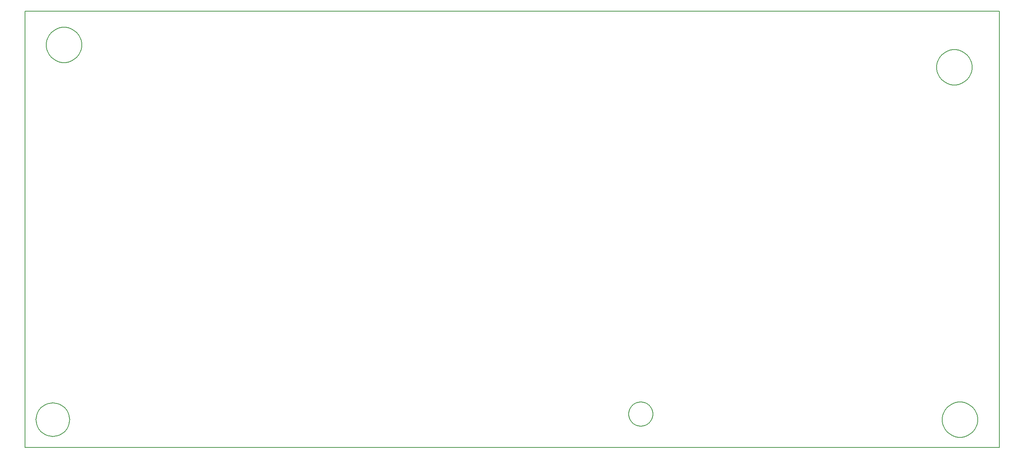
<source format=gbr>
G04 PROTEUS GERBER X2 FILE*
%TF.GenerationSoftware,Labcenter,Proteus,8.6-SP2-Build23525*%
%TF.CreationDate,2018-12-10T17:09:55+00:00*%
%TF.FileFunction,NonPlated,1,2,NPTH*%
%TF.FilePolarity,Positive*%
%TF.Part,Single*%
%FSLAX45Y45*%
%MOMM*%
G01*
%TA.AperFunction,Profile*%
%ADD32C,0.203200*%
%TD.AperFunction*%
D32*
X-11811000Y+2667000D02*
X+10287000Y+2667000D01*
X+10287000Y+12573000D01*
X-11811000Y+12573000D01*
X-11811000Y+2667000D01*
X-10794444Y+3302000D02*
X-10795647Y+3332279D01*
X-10805415Y+3392839D01*
X-10825767Y+3453399D01*
X-10858733Y+3513959D01*
X-10908917Y+3574492D01*
X-10969477Y+3622832D01*
X-11030037Y+3654533D01*
X-11090597Y+3673875D01*
X-11151157Y+3682746D01*
X-11176000Y+3683556D01*
X-11557556Y+3302000D02*
X-11556353Y+3332279D01*
X-11546585Y+3392839D01*
X-11526233Y+3453399D01*
X-11493267Y+3513959D01*
X-11443083Y+3574492D01*
X-11382523Y+3622832D01*
X-11321963Y+3654533D01*
X-11261403Y+3673875D01*
X-11200843Y+3682746D01*
X-11176000Y+3683556D01*
X-11557556Y+3302000D02*
X-11556353Y+3271721D01*
X-11546585Y+3211161D01*
X-11526233Y+3150601D01*
X-11493267Y+3090041D01*
X-11443083Y+3029508D01*
X-11382523Y+2981168D01*
X-11321963Y+2949467D01*
X-11261403Y+2930125D01*
X-11200843Y+2921254D01*
X-11176000Y+2920444D01*
X-10794444Y+3302000D02*
X-10795647Y+3271721D01*
X-10805415Y+3211161D01*
X-10825767Y+3150601D01*
X-10858733Y+3090041D01*
X-10908917Y+3029508D01*
X-10969477Y+2981168D01*
X-11030037Y+2949467D01*
X-11090597Y+2930125D01*
X-11151157Y+2921254D01*
X-11176000Y+2920444D01*
X+9799609Y+3302000D02*
X+9798349Y+3333791D01*
X+9788120Y+3397374D01*
X+9766812Y+3460957D01*
X+9732314Y+3524540D01*
X+9679838Y+3588107D01*
X+9616255Y+3639127D01*
X+9552672Y+3672630D01*
X+9489089Y+3693143D01*
X+9425506Y+3702666D01*
X+9398000Y+3703609D01*
X+8996391Y+3302000D02*
X+8997651Y+3333791D01*
X+9007880Y+3397374D01*
X+9029188Y+3460957D01*
X+9063686Y+3524540D01*
X+9116162Y+3588107D01*
X+9179745Y+3639127D01*
X+9243328Y+3672630D01*
X+9306911Y+3693143D01*
X+9370494Y+3702666D01*
X+9398000Y+3703609D01*
X+8996391Y+3302000D02*
X+8997651Y+3270209D01*
X+9007880Y+3206626D01*
X+9029188Y+3143043D01*
X+9063686Y+3079460D01*
X+9116162Y+3015893D01*
X+9179745Y+2964873D01*
X+9243328Y+2931370D01*
X+9306911Y+2910857D01*
X+9370494Y+2901334D01*
X+9398000Y+2900391D01*
X+9799609Y+3302000D02*
X+9798349Y+3270209D01*
X+9788120Y+3206626D01*
X+9766812Y+3143043D01*
X+9732314Y+3079460D01*
X+9679838Y+3015893D01*
X+9616255Y+2964873D01*
X+9552672Y+2931370D01*
X+9489089Y+2910857D01*
X+9425506Y+2901334D01*
X+9398000Y+2900391D01*
X+9672609Y+11303000D02*
X+9671349Y+11334791D01*
X+9661120Y+11398374D01*
X+9639812Y+11461957D01*
X+9605314Y+11525540D01*
X+9552838Y+11589107D01*
X+9489255Y+11640127D01*
X+9425672Y+11673630D01*
X+9362089Y+11694143D01*
X+9298506Y+11703666D01*
X+9271000Y+11704609D01*
X+8869391Y+11303000D02*
X+8870651Y+11334791D01*
X+8880880Y+11398374D01*
X+8902188Y+11461957D01*
X+8936686Y+11525540D01*
X+8989162Y+11589107D01*
X+9052745Y+11640127D01*
X+9116328Y+11673630D01*
X+9179911Y+11694143D01*
X+9243494Y+11703666D01*
X+9271000Y+11704609D01*
X+8869391Y+11303000D02*
X+8870651Y+11271209D01*
X+8880880Y+11207626D01*
X+8902188Y+11144043D01*
X+8936686Y+11080460D01*
X+8989162Y+11016893D01*
X+9052745Y+10965873D01*
X+9116328Y+10932370D01*
X+9179911Y+10911857D01*
X+9243494Y+10902334D01*
X+9271000Y+10901391D01*
X+9672609Y+11303000D02*
X+9671349Y+11271209D01*
X+9661120Y+11207626D01*
X+9639812Y+11144043D01*
X+9605314Y+11080460D01*
X+9552838Y+11016893D01*
X+9489255Y+10965873D01*
X+9425672Y+10932370D01*
X+9362089Y+10911857D01*
X+9298506Y+10902334D01*
X+9271000Y+10901391D01*
X+2433609Y+3429000D02*
X+2432719Y+3451087D01*
X+2425494Y+3495263D01*
X+2410423Y+3539439D01*
X+2385946Y+3583615D01*
X+2348565Y+3627684D01*
X+2304389Y+3661964D01*
X+2260213Y+3684276D01*
X+2216037Y+3697620D01*
X+2171861Y+3703308D01*
X+2159000Y+3703609D01*
X+1884391Y+3429000D02*
X+1885281Y+3451087D01*
X+1892506Y+3495263D01*
X+1907577Y+3539439D01*
X+1932054Y+3583615D01*
X+1969435Y+3627684D01*
X+2013611Y+3661964D01*
X+2057787Y+3684276D01*
X+2101963Y+3697620D01*
X+2146139Y+3703308D01*
X+2159000Y+3703609D01*
X+1884391Y+3429000D02*
X+1885281Y+3406913D01*
X+1892506Y+3362737D01*
X+1907577Y+3318561D01*
X+1932054Y+3274385D01*
X+1969435Y+3230316D01*
X+2013611Y+3196036D01*
X+2057787Y+3173724D01*
X+2101963Y+3160380D01*
X+2146139Y+3154692D01*
X+2159000Y+3154391D01*
X+2433609Y+3429000D02*
X+2432719Y+3406913D01*
X+2425494Y+3362737D01*
X+2410423Y+3318561D01*
X+2385946Y+3274385D01*
X+2348565Y+3230316D01*
X+2304389Y+3196036D01*
X+2260213Y+3173724D01*
X+2216037Y+3160380D01*
X+2171861Y+3154692D01*
X+2159000Y+3154391D01*
X-10520391Y+11811000D02*
X-10521651Y+11842791D01*
X-10531880Y+11906374D01*
X-10553188Y+11969957D01*
X-10587686Y+12033540D01*
X-10640162Y+12097107D01*
X-10703745Y+12148127D01*
X-10767328Y+12181630D01*
X-10830911Y+12202143D01*
X-10894494Y+12211666D01*
X-10922000Y+12212609D01*
X-11323609Y+11811000D02*
X-11322349Y+11842791D01*
X-11312120Y+11906374D01*
X-11290812Y+11969957D01*
X-11256314Y+12033540D01*
X-11203838Y+12097107D01*
X-11140255Y+12148127D01*
X-11076672Y+12181630D01*
X-11013089Y+12202143D01*
X-10949506Y+12211666D01*
X-10922000Y+12212609D01*
X-11323609Y+11811000D02*
X-11322349Y+11779209D01*
X-11312120Y+11715626D01*
X-11290812Y+11652043D01*
X-11256314Y+11588460D01*
X-11203838Y+11524893D01*
X-11140255Y+11473873D01*
X-11076672Y+11440370D01*
X-11013089Y+11419857D01*
X-10949506Y+11410334D01*
X-10922000Y+11409391D01*
X-10520391Y+11811000D02*
X-10521651Y+11779209D01*
X-10531880Y+11715626D01*
X-10553188Y+11652043D01*
X-10587686Y+11588460D01*
X-10640162Y+11524893D01*
X-10703745Y+11473873D01*
X-10767328Y+11440370D01*
X-10830911Y+11419857D01*
X-10894494Y+11410334D01*
X-10922000Y+11409391D01*
M02*

</source>
